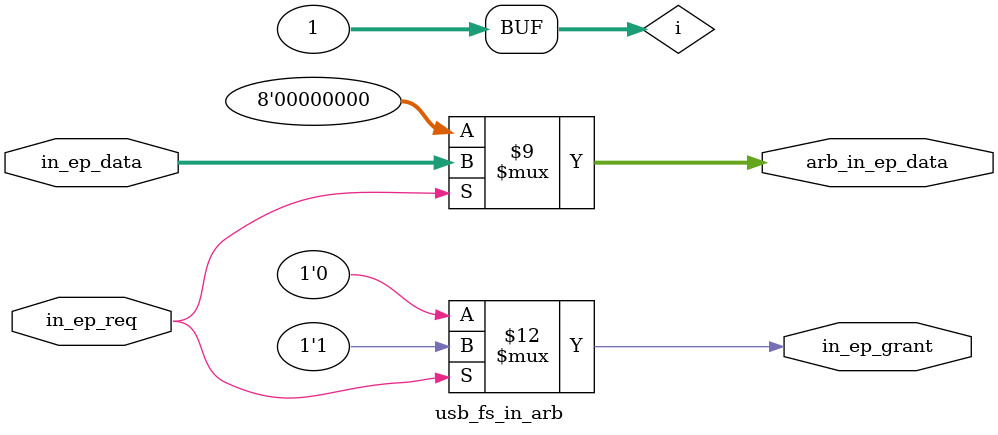
<source format=v>
module usb_fs_in_arb #(
  parameter NUM_IN_EPS = 1
) (
  ////////////////////
  // endpoint interface 
  ////////////////////
  input [NUM_IN_EPS-1:0] in_ep_req,
  output reg [NUM_IN_EPS-1:0] in_ep_grant,
  input [(NUM_IN_EPS*8)-1:0] in_ep_data,


  ////////////////////
  // protocol engine interface 
  ////////////////////
  output reg [7:0] arb_in_ep_data
);
  integer i;
  reg grant;
 
  always @* begin
    grant = 0;

    arb_in_ep_data = 0;

    for (i = 0; i < NUM_IN_EPS; i = i + 1) begin
      in_ep_grant[i] = 0;

      if (in_ep_req[i] && !grant) begin
        in_ep_grant[i] = 1;
        arb_in_ep_data = in_ep_data[i * 8 +: 8];
        grant = 1;
      end
    end
  end
endmodule

</source>
